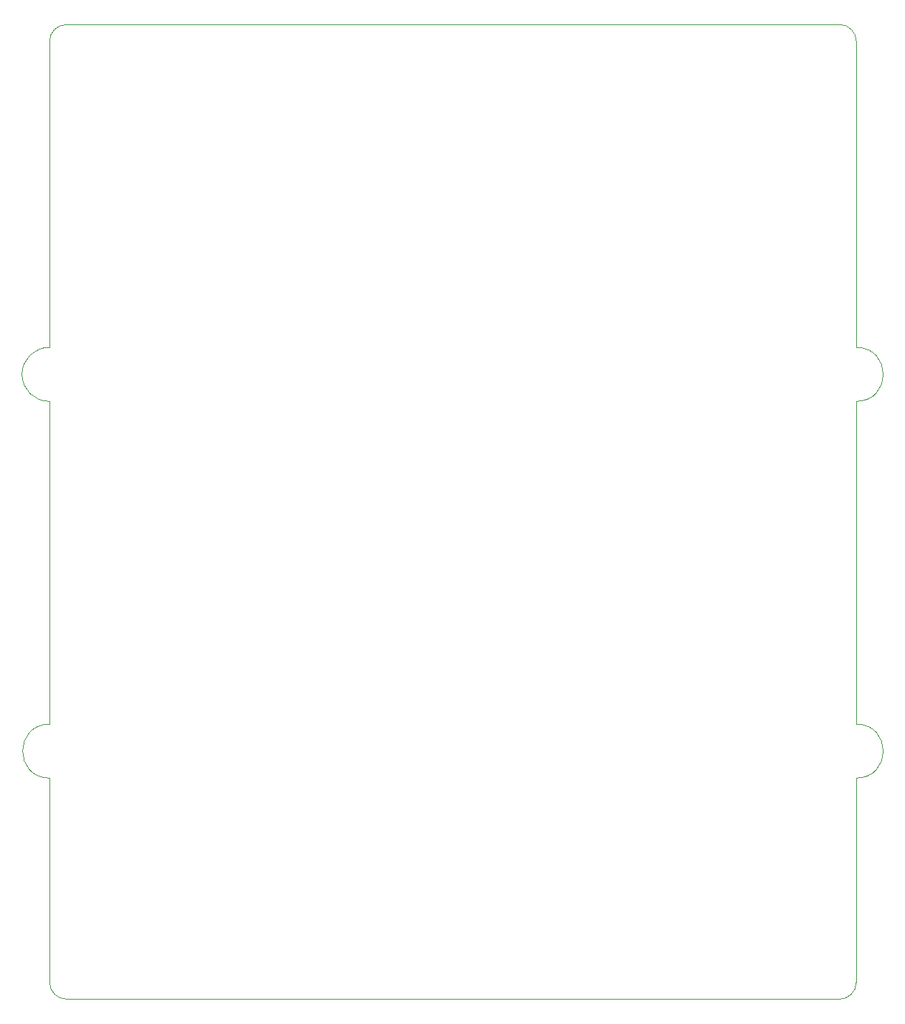
<source format=gbr>
%TF.GenerationSoftware,KiCad,Pcbnew,(6.0.5)*%
%TF.CreationDate,2022-06-02T22:48:02-05:00*%
%TF.ProjectId,rascsi_3p5_holder,72617363-7369-45f3-9370-355f686f6c64,rev?*%
%TF.SameCoordinates,Original*%
%TF.FileFunction,Profile,NP*%
%FSLAX46Y46*%
G04 Gerber Fmt 4.6, Leading zero omitted, Abs format (unit mm)*
G04 Created by KiCad (PCBNEW (6.0.5)) date 2022-06-02 22:48:02*
%MOMM*%
%LPD*%
G01*
G04 APERTURE LIST*
%TA.AperFunction,Profile*%
%ADD10C,0.100000*%
%TD*%
G04 APERTURE END LIST*
D10*
X164500000Y-105450000D02*
G75*
G03*
X164500000Y-111810000I0J-3180000D01*
G01*
X259750000Y-61000000D02*
X259750000Y-24900000D01*
X164500000Y-111810000D02*
X164500000Y-135900000D01*
X164500000Y-24900000D02*
X164500000Y-61000000D01*
X259750000Y-24900000D02*
G75*
G03*
X257750000Y-22900000I-2000000J0D01*
G01*
X259750000Y-111810000D02*
G75*
G03*
X259750000Y-105450000I0J3180000D01*
G01*
X166500000Y-137900000D02*
X257750000Y-137900000D01*
X164500000Y-67360000D02*
X164500000Y-105450000D01*
X259750000Y-135900000D02*
X259750000Y-111810000D01*
X164500000Y-135900000D02*
G75*
G03*
X166500000Y-137900000I2000000J0D01*
G01*
X257750000Y-137900000D02*
G75*
G03*
X259750000Y-135900000I0J2000000D01*
G01*
X164500000Y-61000000D02*
G75*
G03*
X164500000Y-67360000I-77700J-3180000D01*
G01*
X259750000Y-105450000D02*
X259750000Y-67360000D01*
X257750000Y-22900000D02*
X166500000Y-22900000D01*
X166500000Y-22900000D02*
G75*
G03*
X164500000Y-24900000I0J-2000000D01*
G01*
X259750000Y-67360000D02*
G75*
G03*
X259750000Y-61000000I0J3180000D01*
G01*
M02*

</source>
